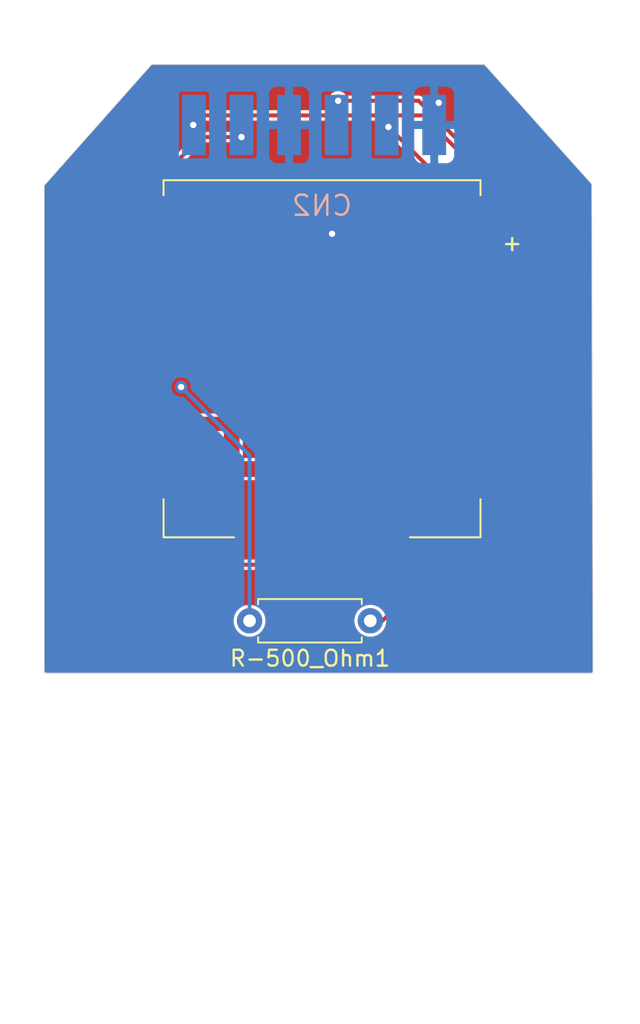
<source format=kicad_pcb>
(kicad_pcb (version 20211014) (generator pcbnew)
  (layers (0 "F.Cu" signal) (31 "B.Cu" signal) (34 "B.Paste" user) (35 "F.Paste" user) (36 "B.SilkS" user "B.Silkscreen") (37 "F.SilkS" user "F.Silkscreen") (38 "B.Mask" user) (39 "F.Mask" user) (44 "Edge.Cuts" user))
  (net 0 "")
  (net 1 "+5V")
  (net 2 "GND")
  (net 3 "Net-(CN2-Pad3)")
  (net 4 "Net-(CN2-Pad5)")
  (net 5 "Net-(CN2-Pad6)")
  (net 12 "Net-(R-500_Ohm1-Pad2)")
  (footprint "Resistor_THT:R_Axial_DIN0207_L6.3mm_D2.5mm_P7.62mm_Horizontal" (layer "F.Cu") (at 143.002 124.968 180)
    (fp_text reference "R-500_Ohm1" (at 3.81 -2.37 180) (layer "F.SilkS"))
    (fp_text value "R" hide)
    (fp_line (start 0.54 -1.04) (end 0.54 -1.37) (layer "F.SilkS") (width 0.12))
    (fp_line (start 7.08 1.37) (end 7.08 1.04) (layer "F.SilkS") (width 0.12))
    (fp_line (start 0.54 1.37) (end 7.08 1.37) (layer "F.SilkS") (width 0.12))
    (fp_line (start 0.54 -1.37) (end 7.08 -1.37) (layer "F.SilkS") (width 0.12))
    (fp_line (start 0.54 1.04) (end 0.54 1.37) (layer "F.SilkS") (width 0.12))
    (fp_line (start 7.08 -1.37) (end 7.08 -1.04) (layer "F.SilkS") (width 0.12))
    (pad "1" thru_hole circle (at 0 0 180) (size 1.6 1.6) (drill 0.8) (layers *.Cu *.Mask) (net 3 "Net-(CN2-Pad3)"))
    (pad "2" thru_hole oval (at 7.62 0 180) (size 1.6 1.6) (drill 0.8) (layers *.Cu *.Mask) (net 12 "Net-(R-500_Ohm1-Pad2)"))
  )
  (footprint "DFR0282:DFR0282" (layer "F.Cu") (at 139.954 108.458)
    (fp_text reference "U1" hide)
    (fp_text value "DFR0282")
    (fp_text user "+" (at 12 -7.3) (layer "F.SilkS"))
    (fp_line (start -10 11.25) (end -5.55 11.25) (layer "F.SilkS") (width 0.127))
    (fp_line (start 5.55 11.25) (end 10 11.25) (layer "F.SilkS") (width 0.127))
    (fp_line (start -10 8.85) (end -10 11.25) (layer "F.SilkS") (width 0.127))
    (fp_line (start 10 -11.25) (end 10 -10.3) (layer "F.SilkS") (width 0.127))
    (fp_line (start -10 -11.25) (end 10 -11.25) (layer "F.SilkS") (width 0.127))
    (fp_line (start -10 -10.3) (end -10 -11.25) (layer "F.SilkS") (width 0.127))
    (fp_line (start 10 11.25) (end 10 8.85) (layer "F.SilkS") (width 0.127))
    (pad "A0" smd rect (at 8.9 6.5) (size 5 3.5) (layers "F.Cu" "F.Paste" "F.Mask"))
    (pad "A1" smd rect (at 8.9 1.7) (size 5 3.5) (layers "F.Cu" "F.Paste" "F.Mask"))
    (pad "A2" smd rect (at 8.9 -3.1) (size 5 3.5) (layers "F.Cu" "F.Paste" "F.Mask"))
    (pad "D9" smd rect (at -8.9 6.5) (size 5 3.5) (layers "F.Cu" "F.Paste" "F.Mask"))
    (pad "D10" smd rect (at -8.9 1.7) (size 5 3.5) (layers "F.Cu" "F.Paste" "F.Mask") (net 12 "Net-(R-500_Ohm1-Pad2)"))
    (pad "D11" smd rect (at -8.9 -3.1) (size 5 3.5) (layers "F.Cu" "F.Paste" "F.Mask"))
    (pad "GND1" smd rect (at -8.9 -7.9) (size 5 3.5) (layers "F.Cu" "F.Paste" "F.Mask") (net 2 "GND"))
    (pad "GND2" smd rect (at 3.2 10.15 90) (size 5 3.5) (layers "F.Cu" "F.Paste" "F.Mask") (net 2 "GND"))
    (pad "RX" smd rect (at -3.5 4.75) (size 3 3) (layers "F.Cu" "F.Paste" "F.Mask"))
    (pad "SCL" smd rect (at 3.5 -0.75) (size 3 3) (layers "F.Cu" "F.Paste" "F.Mask") (net 5 "Net-(CN2-Pad6)"))
    (pad "SDA" smd rect (at 3.5 4.75) (size 3 3) (layers "F.Cu" "F.Paste" "F.Mask") (net 4 "Net-(CN2-Pad5)"))
    (pad "TX" smd rect (at -3.5 -0.75) (size 3 3) (layers "F.Cu" "F.Paste" "F.Mask"))
    (pad "VCC1" smd rect (at 8.9 -7.9) (size 5 3.5) (layers "F.Cu" "F.Paste" "F.Mask") (net 1 "+5V"))
    (pad "VCC2" smd rect (at -3.2 10.15 90) (size 5 3.5) (layers "F.Cu" "F.Paste" "F.Mask") (net 1 "+5V"))
  )
  (footprint "Adafruit NeoPixel 8 Stick:1X4-SMT" (layer "B.Cu") (at 139.954 93.726 180)
    (fp_text reference "CN2" (at 0 -5.08) (layer "B.SilkS") (effects (font (size 1.27 1.27)) (justify mirror)))
    (fp_text value "1X4SMT")
    (pad "1" smd rect (at -7.08 0 180) (size 1.5 3.8) (layers "B.Cu" "B.Paste" "B.Mask") (net 2 "GND"))
    (pad "2" smd rect (at -4.08 0 180) (size 1.5 3.8) (layers "B.Cu" "B.Paste" "B.Mask") (net 1 "+5V"))
    (pad "3" smd rect (at -0.92 0 180) (size 1.5 3.8) (layers "B.Cu" "B.Paste" "B.Mask") (net 3 "Net-(CN2-Pad3)"))
    (pad "4" smd rect (at 2.08 0 180) (size 1.5 3.8) (layers "B.Cu" "B.Paste" "B.Mask") (net 2 "GND"))
    (pad "5" smd rect (at 5.08 0 180) (size 1.5 3.8) (layers "B.Cu" "B.Paste" "B.Mask") (net 4 "Net-(CN2-Pad5)"))
    (pad "6" smd rect (at 8.08 0 180) (size 1.5 3.8) (layers "B.Cu" "B.Paste" "B.Mask") (net 5 "Net-(CN2-Pad6)"))
  )
  (gr_line (start 129.2 89.916) (end 150.2 89.916001) (layer "Edge.Cuts") (width 0.05))
  (gr_line (start 122.428 97.536) (end 122.428 128.27) (layer "Edge.Cuts") (width 0.05))
  (gr_line (start 150.2 89.916001) (end 156.972 97.45) (layer "Edge.Cuts") (width 0.05))
  (gr_line (start 122.428 128.27) (end 157.054 128.27) (layer "Edge.Cuts") (width 0.05))
  (gr_line (start 156.972 97.45) (end 157.054 128.27) (layer "Edge.Cuts") (width 0.05))
  (gr_line (start 122.428 97.536) (end 129.2 89.916) (layer "Edge.Cuts") (width 0.05))
  (segment (start 148.854 98.562) (end 144.145 93.853) (width 0.25) (layer "F.Cu") (net 1))
  (segment (start 138.2822 117.0798) (end 138.2822 108.3798) (width 0.25) (layer "F.Cu") (net 1))
  (segment (start 138.2822 108.3798) (end 146.104 100.558) (width 0.25) (layer "F.Cu") (net 1))
  (segment (start 148.854 100.558) (end 148.854 98.562) (width 0.25) (layer "F.Cu") (net 1))
  (segment (start 146.104 100.558) (end 148.854 100.558) (width 0.25) (layer "F.Cu") (net 1))
  (via (at 144.145 93.853) (size 0.8) (drill 0.4) (layers "F.Cu" "B.Cu") (net 1))
  (via (at 140.589 100.584) (size 0.8) (drill 0.4) (layers "F.Cu" "B.Cu") (net 2))
  (via (at 147.32 92.329) (size 0.8) (drill 0.4) (layers "F.Cu" "B.Cu") (net 2))
  (segment (start 152.146 98.302678) (end 152.146 116.586) (width 0.25) (layer "F.Cu") (net 3))
  (segment (start 143.764 124.968) (end 143.002 124.968) (width 0.25) (layer "F.Cu") (net 3))
  (segment (start 146.045322 92.202) (end 152.146 98.302678) (width 0.25) (layer "F.Cu") (net 3))
  (segment (start 152.146 116.586) (end 143.764 124.968) (width 0.25) (layer "F.Cu") (net 3))
  (segment (start 140.97 92.202) (end 146.045322 92.202) (width 0.25) (layer "F.Cu") (net 3))
  (via (at 140.97 92.202) (size 0.8) (drill 0.4) (layers "F.Cu" "B.Cu") (net 3))
  (segment (start 143.444 113.218) (end 138.8322 117.8298) (width 0.25) (layer "F.Cu") (net 4))
  (segment (start 128.2258 117.1538) (end 128.2258 98.5962) (width 0.25) (layer "F.Cu") (net 4))
  (segment (start 138.8322 121.4362) (end 132.5082 121.4362) (width 0.25) (layer "F.Cu") (net 4))
  (segment (start 138.8322 117.8298) (end 138.8322 121.4362) (width 0.25) (layer "F.Cu") (net 4))
  (segment (start 132.334 94.488) (end 134.874 94.488) (width 0.25) (layer "F.Cu") (net 4))
  (segment (start 132.5082 121.4362) (end 128.2258 117.1538) (width 0.25) (layer "F.Cu") (net 4))
  (segment (start 128.2258 98.5962) (end 132.334 94.488) (width 0.25) (layer "F.Cu") (net 4))
  (via (at 134.874 94.488) (size 0.8) (drill 0.4) (layers "F.Cu" "B.Cu") (net 4))
  (segment (start 146.0258 102.6362) (end 151.6822 102.6362) (width 0.25) (layer "F.Cu") (net 5))
  (segment (start 143.454 107.708) (end 143.454 105.208) (width 0.25) (layer "F.Cu") (net 5))
  (segment (start 151.6822 98.4798) (end 146.3272 93.1248) (width 0.25) (layer "F.Cu") (net 5))
  (segment (start 143.454 105.208) (end 146.0258 102.6362) (width 0.25) (layer "F.Cu") (net 5))
  (segment (start 146.3272 93.1248) (end 132.4272 93.1248) (width 0.25) (layer "F.Cu") (net 5))
  (segment (start 132.4272 93.1248) (end 131.826 93.726) (width 0.25) (layer "F.Cu") (net 5))
  (segment (start 151.6822 102.6362) (end 151.6822 98.4798) (width 0.25) (layer "F.Cu") (net 5))
  (via (at 131.826 93.726) (size 0.8) (drill 0.4) (layers "F.Cu" "B.Cu") (net 5))
  (via (at 131.064 110.236) (size 0.8) (drill 0.4) (layers "F.Cu" "B.Cu") (net 12))
  (segment (start 135.382 124.968) (end 135.382 114.554) (width 0.25) (layer "B.Cu") (net 12))
  (segment (start 135.382 114.554) (end 131.064 110.236) (width 0.25) (layer "B.Cu") (net 12))
  (zone (net 2) (net_name "GND") (layers F&B.Cu) (connect_pads (clearance 0.000001)) (min_thickness 0.254) (fill yes (thermal_gap 0.508) (thermal_bridge_width 0.508))
    (polygon (pts (xy 160.02 150.368) (xy 119.634 150.368) (xy 119.634 85.852) (xy 160.02 85.852)))
  )
)
</source>
